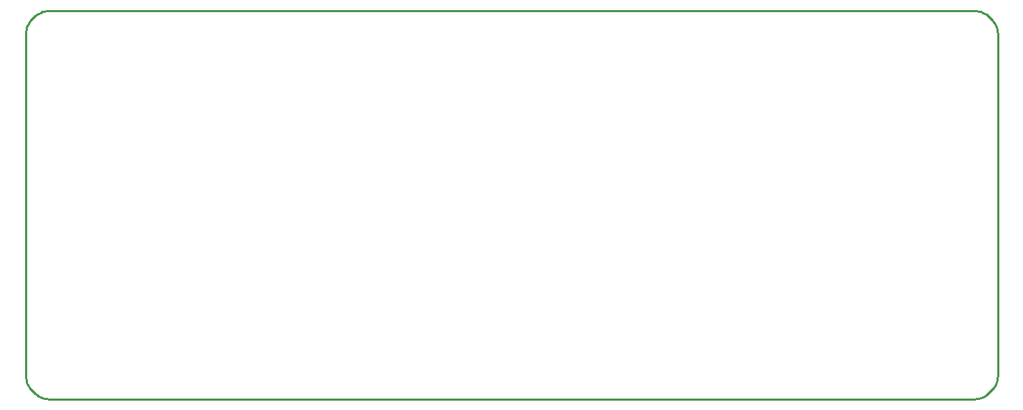
<source format=gm1>
G04*
G04 #@! TF.GenerationSoftware,Altium Limited,Altium Designer,21.6.1 (37)*
G04*
G04 Layer_Color=16711935*
%FSLAX44Y44*%
%MOMM*%
G71*
G04*
G04 #@! TF.SameCoordinates,B15FB352-D5CA-4759-B8DC-376305D7300E*
G04*
G04*
G04 #@! TF.FilePolarity,Positive*
G04*
G01*
G75*
%ADD11C,0.2500*%
D11*
X30000Y460000D02*
X27523Y459897D01*
X25062Y459591D01*
X22636Y459082D01*
X20259Y458374D01*
X17949Y457473D01*
X15722Y456384D01*
X13592Y455115D01*
X11574Y453674D01*
X9682Y452072D01*
X7928Y450318D01*
X6326Y448426D01*
X4885Y446409D01*
X3616Y444278D01*
X2527Y442051D01*
X1626Y439741D01*
X918Y437365D01*
X409Y434938D01*
X103Y432477D01*
X0Y430000D01*
X1150000D02*
X1149897Y432477D01*
X1149591Y434938D01*
X1149082Y437365D01*
X1148374Y439741D01*
X1147473Y442051D01*
X1146384Y444278D01*
X1145115Y446409D01*
X1143674Y448426D01*
X1142072Y450318D01*
X1140318Y452072D01*
X1138426Y453674D01*
X1136408Y455115D01*
X1134278Y456384D01*
X1132051Y457473D01*
X1129741Y458374D01*
X1127364Y459082D01*
X1124938Y459591D01*
X1122477Y459897D01*
X1120000Y460000D01*
X1120000Y0D02*
X1122477Y103D01*
X1124938Y409D01*
X1127364Y918D01*
X1129741Y1626D01*
X1132051Y2527D01*
X1134278Y3616D01*
X1136408Y4885D01*
X1138426Y6326D01*
X1140318Y7928D01*
X1142072Y9682D01*
X1143674Y11574D01*
X1145115Y13592D01*
X1146384Y15722D01*
X1147473Y17949D01*
X1148374Y20259D01*
X1149082Y22635D01*
X1149591Y25062D01*
X1149897Y27523D01*
X1150000Y30000D01*
X0Y30000D02*
X103Y27523D01*
X409Y25062D01*
X918Y22636D01*
X1626Y20259D01*
X2527Y17949D01*
X3616Y15722D01*
X4885Y13592D01*
X6326Y11574D01*
X7928Y9682D01*
X9682Y7929D01*
X11574Y6326D01*
X13592Y4885D01*
X15722Y3616D01*
X17949Y2527D01*
X20259Y1626D01*
X22636Y918D01*
X25062Y409D01*
X27523Y103D01*
X30000Y0D01*
X1120000Y0D01*
X0Y30000D02*
X0Y430000D01*
X30000Y460000D02*
X1120000D01*
X1150000Y430000D02*
X1150000Y30000D01*
M02*

</source>
